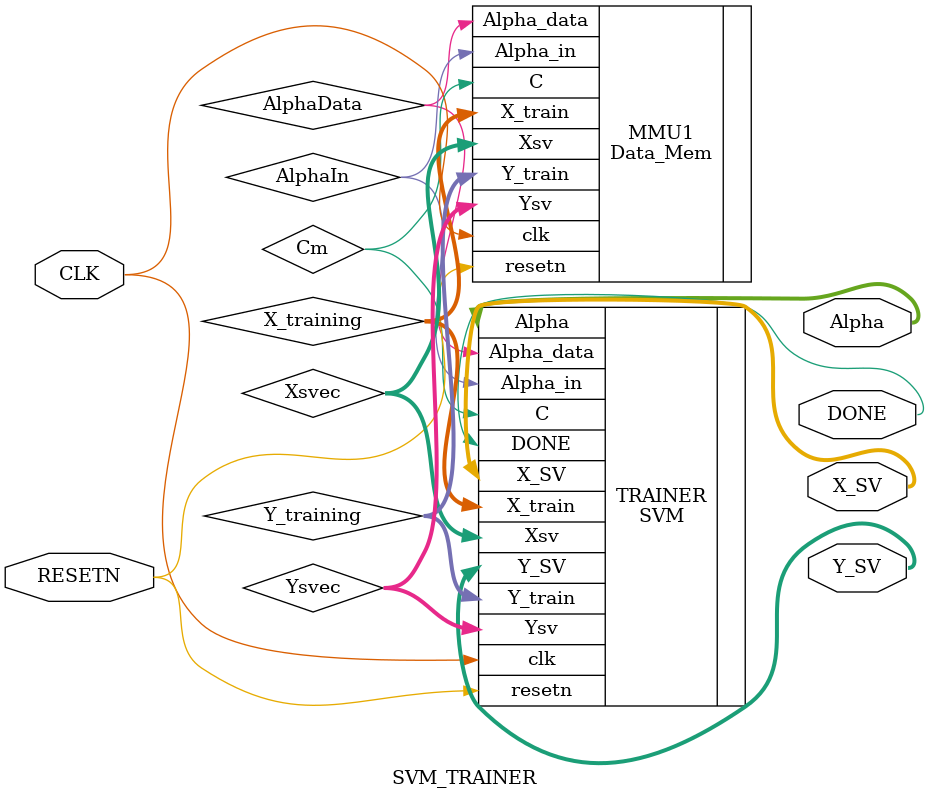
<source format=sv>
module SVM_TRAINER(input CLK,RESETN,
output [8:0]Alpha,
output [8:0]X_SV,
output signed [1:0]Y_SV,
output DONE
    );

wire [8:0]X_training,Xsvec;
wire Cm,AlphaIn,AlphaData;
wire signed [1:0]Y_training,Ysvec;

Data_Mem MMU1(.clk(CLK),.resetn(RESETN),.X_train(X_training),.Xsv(Xsvec),.C(Cm),.Alpha_in(AlphaIn),.Alpha_data(AlphaData),.Y_train(Y_training),.Ysv(Ysvec));
SVM TRAINER(.clk(CLK),.resetn(RESETN),.X_train(X_training),.Xsv(Xsvec),.C(Cm),.Alpha_in(AlphaIn),.Alpha_data(AlphaData),.Y_train(Y_training),.Ysv(Ysvec),.Alpha(Alpha),.X_SV(X_SV),.DONE(DONE),.Y_SV(Y_SV));

endmodule

</source>
